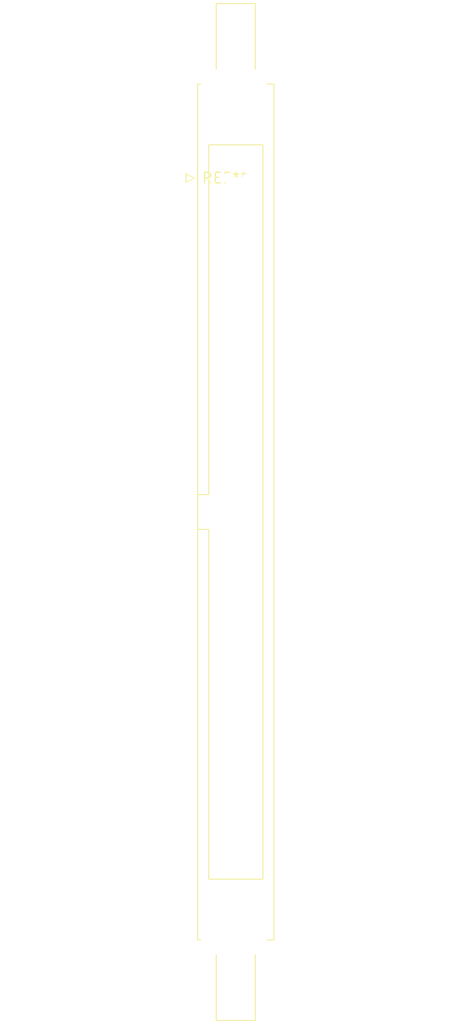
<source format=kicad_pcb>
(kicad_pcb (version 20240108) (generator pcbnew)
  (layers (0 "F.Cu" signal) (31 "B.Cu" signal) (34 "B.Paste" user) (35 "F.Paste" user) (36 "B.SilkS" user "B.Silkscreen") (37 "F.SilkS" user "F.Silkscreen") (38 "B.Mask" user) (39 "F.Mask" user) (44 "Edge.Cuts" user))
  (net 0 "")
  (footprint "IDC-Header_2x32-1MP_P2.54mm_Latch9.5mm_Vertical" (layer "F.Cu") (at 0 0)
    (property "Reference" "REF**")
    (property "Value" "IDC-Header_2x32-1MP_P2.54mm_Latch9.5mm_Vertical")
    (fp_line (start -4.63 -0.5) (end -4.63 0.5) (layer "F.SilkS") (stroke (width 0.12)))
    (fp_line (start -4.63 0.5) (end -3.63 0) (layer "F.SilkS") (stroke (width 0.12)))
    (fp_line (start -3.63 0) (end -4.63 -0.5) (layer "F.SilkS") (stroke (width 0.12)))
    (fp_line (start -3.24 -11.08) (end -3.24 89.82) (layer "F.SilkS") (stroke (width 0.12)))
    (fp_line (start -3.24 37.32) (end -1.93 37.32) (layer "F.SilkS") (stroke (width 0.12)))
    (fp_line (start -3.24 89.82) (end -2.87 89.82) (layer "F.SilkS") (stroke (width 0.12)))
    (fp_line (start -2.87 -11.08) (end -3.24 -11.08) (layer "F.SilkS") (stroke (width 0.12)))
    (fp_line (start -1.93 -3.92) (end 4.47 -3.92) (layer "F.SilkS") (stroke (width 0.12)))
    (fp_line (start -1.93 37.32) (end -1.93 -3.92) (layer "F.SilkS") (stroke (width 0.12)))
    (fp_line (start -1.93 41.42) (end -3.24 41.42) (layer "F.SilkS") (stroke (width 0.12)))
    (fp_line (start -1.93 41.42) (end -1.93 41.42) (layer "F.SilkS") (stroke (width 0.12)))
    (fp_line (start -1.93 82.66) (end -1.93 41.42) (layer "F.SilkS") (stroke (width 0.12)))
    (fp_line (start -1.04 -20.58) (end 3.58 -20.58) (layer "F.SilkS") (stroke (width 0.12)))
    (fp_line (start -1.04 -12.83) (end -1.04 -20.58) (layer "F.SilkS") (stroke (width 0.12)))
    (fp_line (start -1.04 91.57) (end -1.04 99.32) (layer "F.SilkS") (stroke (width 0.12)))
    (fp_line (start -1.04 99.32) (end 3.58 99.32) (layer "F.SilkS") (stroke (width 0.12)))
    (fp_line (start 3.58 -20.58) (end 3.58 -12.83) (layer "F.SilkS") (stroke (width 0.12)))
    (fp_line (start 3.58 99.32) (end 3.58 91.57) (layer "F.SilkS") (stroke (width 0.12)))
    (fp_line (start 4.47 -3.92) (end 4.47 82.66) (layer "F.SilkS") (stroke (width 0.12)))
    (fp_line (start 4.47 82.66) (end -1.93 82.66) (layer "F.SilkS") (stroke (width 0.12)))
    (fp_line (start 4.91 -11.08) (end 5.78 -11.08) (layer "F.SilkS") (stroke (width 0.12)))
    (fp_line (start 5.78 -11.08) (end 5.78 89.82) (layer "F.SilkS") (stroke (width 0.12)))
    (fp_line (start 5.78 89.82) (end 4.91 89.82) (layer "F.SilkS") (stroke (width 0.12)))
    (pad "1" thru_hole roundrect (at 0 0) (size 1.7 1.7) (drill 1) (layers *.Cu *.Mask) (remove_unused_layers) (roundrect_rratio 0.147059))
    (pad "2" thru_hole circle (at 2.54 0) (size 1.7 1.7) (drill 1) (layers *.Cu *.Mask) (remove_unused_layers))
    (pad "3" thru_hole circle (at 0 2.54) (size 1.7 1.7) (drill 1) (layers *.Cu *.Mask) (remove_unused_layers))
    (pad "4" thru_hole circle (at 2.54 2.54) (size 1.7 1.7) (drill 1) (layers *.Cu *.Mask) (remove_unused_layers))
    (pad "5" thru_hole circle (at 0 5.08) (size 1.7 1.7) (drill 1) (layers *.Cu *.Mask) (remove_unused_layers))
    (pad "6" thru_hole circle (at 2.54 5.08) (size 1.7 1.7) (drill 1) (layers *.Cu *.Mask) (remove_unused_layers))
    (pad "7" thru_hole circle (at 0 7.62) (size 1.7 1.7) (drill 1) (layers *.Cu *.Mask) (remove_unused_layers))
    (pad "8" thru_hole circle (at 2.54 7.62) (size 1.7 1.7) (drill 1) (layers *.Cu *.Mask) (remove_unused_layers))
    (pad "9" thru_hole circle (at 0 10.16) (size 1.7 1.7) (drill 1) (layers *.Cu *.Mask) (remove_unused_layers))
    (pad "10" thru_hole circle (at 2.54 10.16) (size 1.7 1.7) (drill 1) (layers *.Cu *.Mask) (remove_unused_layers))
    (pad "11" thru_hole circle (at 0 12.7) (size 1.7 1.7) (drill 1) (layers *.Cu *.Mask) (remove_unused_layers))
    (pad "12" thru_hole circle (at 2.54 12.7) (size 1.7 1.7) (drill 1) (layers *.Cu *.Mask) (remove_unused_layers))
    (pad "13" thru_hole circle (at 0 15.24) (size 1.7 1.7) (drill 1) (layers *.Cu *.Mask) (remove_unused_layers))
    (pad "14" thru_hole circle (at 2.54 15.24) (size 1.7 1.7) (drill 1) (layers *.Cu *.Mask) (remove_unused_layers))
    (pad "15" thru_hole circle (at 0 17.78) (size 1.7 1.7) (drill 1) (layers *.Cu *.Mask) (remove_unused_layers))
    (pad "16" thru_hole circle (at 2.54 17.78) (size 1.7 1.7) (drill 1) (layers *.Cu *.Mask) (remove_unused_layers))
    (pad "17" thru_hole circle (at 0 20.32) (size 1.7 1.7) (drill 1) (layers *.Cu *.Mask) (remove_unused_layers))
    (pad "18" thru_hole circle (at 2.54 20.32) (size 1.7 1.7) (drill 1) (layers *.Cu *.Mask) (remove_unused_layers))
    (pad "19" thru_hole circle (at 0 22.86) (size 1.7 1.7) (drill 1) (layers *.Cu *.Mask) (remove_unused_layers))
    (pad "20" thru_hole circle (at 2.54 22.86) (size 1.7 1.7) (drill 1) (layers *.Cu *.Mask) (remove_unused_layers))
    (pad "21" thru_hole circle (at 0 25.4) (size 1.7 1.7) (drill 1) (layers *.Cu *.Mask) (remove_unused_layers))
    (pad "22" thru_hole circle (at 2.54 25.4) (size 1.7 1.7) (drill 1) (layers *.Cu *.Mask) (remove_unused_layers))
    (pad "23" thru_hole circle (at 0 27.94) (size 1.7 1.7) (drill 1) (layers *.Cu *.Mask) (remove_unused_layers))
    (pad "24" thru_hole circle (at 2.54 27.94) (size 1.7 1.7) (drill 1) (layers *.Cu *.Mask) (remove_unused_layers))
    (pad "25" thru_hole circle (at 0 30.48) (size 1.7 1.7) (drill 1) (layers *.Cu *.Mask) (remove_unused_layers))
    (pad "26" thru_hole circle (at 2.54 30.48) (size 1.7 1.7) (drill 1) (layers *.Cu *.Mask) (remove_unused_layers))
    (pad "27" thru_hole circle (at 0 33.02) (size 1.7 1.7) (drill 1) (layers *.Cu *.Mask) (remove_unused_layers))
    (pad "28" thru_hole circle (at 2.54 33.02) (size 1.7 1.7) (drill 1) (layers *.Cu *.Mask) (remove_unused_layers))
    (pad "29" thru_hole circle (at 0 35.56) (size 1.7 1.7) (drill 1) (layers *.Cu *.Mask) (remove_unused_layers))
    (pad "30" thru_hole circle (at 2.54 35.56) (size 1.7 1.7) (drill 1) (layers *.Cu *.Mask) (remove_unused_layers))
    (pad "31" thru_hole circle (at 0 38.1) (size 1.7 1.7) (drill 1) (layers *.Cu *.Mask) (remove_unused_layers))
    (pad "32" thru_hole circle (at 2.54 38.1) (size 1.7 1.7) (drill 1) (layers *.Cu *.Mask) (remove_unused_layers))
    (pad "33" thru_hole circle (at 0 40.64) (size 1.7 1.7) (drill 1) (layers *.Cu *.Mask) (remove_unused_layers))
    (pad "34" thru_hole circle (at 2.54 40.64) (size 1.7 1.7) (drill 1) (layers *.Cu *.Mask) (remove_unused_layers))
    (pad "35" thru_hole circle (at 0 43.18) (size 1.7 1.7) (drill 1) (layers *.Cu *.Mask) (remove_unused_layers))
    (pad "36" thru_hole circle (at 2.54 43.18) (size 1.7 1.7) (drill 1) (layers *.Cu *.Mask) (remove_unused_layers))
    (pad "37" thru_hole circle (at 0 45.72) (size 1.7 1.7) (drill 1) (layers *.Cu *.Mask) (remove_unused_layers))
    (pad "38" thru_hole circle (at 2.54 45.72) (size 1.7 1.7) (drill 1) (layers *.Cu *.Mask) (remove_unused_layers))
    (pad "39" thru_hole circle (at 0 48.26) (size 1.7 1.7) (drill 1) (layers *.Cu *.Mask) (remove_unused_layers))
    (pad "40" thru_hole circle (at 2.54 48.26) (size 1.7 1.7) (drill 1) (layers *.Cu *.Mask) (remove_unused_layers))
    (pad "41" thru_hole circle (at 0 50.8) (size 1.7 1.7) (drill 1) (layers *.Cu *.Mask) (remove_unused_layers))
    (pad "42" thru_hole circle (at 2.54 50.8) (size 1.7 1.7) (drill 1) (layers *.Cu *.Mask) (remove_unused_layers))
    (pad "43" thru_hole circle (at 0 53.34) (size 1.7 1.7) (drill 1) (layers *.Cu *.Mask) (remove_unused_layers))
    (pad "44" thru_hole circle (at 2.54 53.34) (size 1.7 1.7) (drill 1) (layers *.Cu *.Mask) (remove_unused_layers))
    (pad "45" thru_hole circle (at 0 55.88) (size 1.7 1.7) (drill 1) (layers *.Cu *.Mask) (remove_unused_layers))
    (pad "46" thru_hole circle (at 2.54 55.88) (size 1.7 1.7) (drill 1) (layers *.Cu *.Mask) (remove_unused_layers))
    (pad "47" thru_hole circle (at 0 58.42) (size 1.7 1.7) (drill 1) (layers *.Cu *.Mask) (remove_unused_layers))
    (pad "48" thru_hole circle (at 2.54 58.42) (size 1.7 1.7) (drill 1) (layers *.Cu *.Mask) (remove_unused_layers))
    (pad "49" thru_hole circle (at 0 60.96) (size 1.7 1.7) (drill 1) (layers *.Cu *.Mask) (remove_unused_layers))
    (pad "50" thru_hole circle (at 2.54 60.96) (size 1.7 1.7) (drill 1) (layers *.Cu *.Mask) (remove_unused_layers))
    (pad "51" thru_hole circle (at 0 63.5) (size 1.7 1.7) (drill 1) (layers *.Cu *.Mask) (remove_unused_layers))
    (pad "52" thru_hole circle (at 2.54 63.5) (size 1.7 1.7) (drill 1) (layers *.Cu *.Mask) (remove_unused_layers))
    (pad "53" thru_hole circle (at 0 66.04) (size 1.7 1.7) (drill 1) (layers *.Cu *.Mask) (remove_unused_layers))
    (pad "54" thru_hole circle (at 2.54 66.04) (size 1.7 1.7) (drill 1) (layers *.Cu *.Mask) (remove_unused_layers))
    (pad "55" thru_hole circle (at 0 68.58) (size 1.7 1.7) (drill 1) (layers *.Cu *.Mask) (remove_unused_layers))
    (pad "56" thru_hole circle (at 2.54 68.58) (size 1.7 1.7) (drill 1) (layers *.Cu *.Mask) (remove_unused_layers))
    (pad "57" thru_hole circle (at 0 71.12) (size 1.7 1.7) (drill 1) (layers *.Cu *.Mask) (remove_unused_layers))
    (pad "58" thru_hole circle (at 2.54 71.12) (size 1.7 1.7) (drill 1) (layers *.Cu *.Mask) (remove_unused_layers))
    (pad "59" thru_hole circle (at 0 73.66) (size 1.7 1.7) (drill 1) (layers *.Cu *.Mask) (remove_unused_layers))
    (pad "60" thru_hole circle (at 2.54 73.66) (size 1.7 1.7) (drill 1) (layers *.Cu *.Mask) (remove_unused_layers))
    (pad "61" thru_hole circle (at 0 76.2) (size 1.7 1.7) (drill 1) (layers *.Cu *.Mask) (remove_unused_layers))
    (pad "62" thru_hole circle (at 2.54 76.2) (size 1.7 1.7) (drill 1) (layers *.Cu *.Mask) (remove_unused_layers))
    (pad "63" thru_hole circle (at 0 78.74) (size 1.7 1.7) (drill 1) (layers *.Cu *.Mask) (remove_unused_layers))
    (pad "64" thru_hole circle (at 2.54 78.74) (size 1.7 1.7) (drill 1) (layers *.Cu *.Mask) (remove_unused_layers))
    (pad "MP" thru_hole circle (at 1.02 -8.94) (size 8 8) (drill 2.69) (layers *.Cu *.Mask) (remove_unused_layers))
    (pad "MP" thru_hole circle (at 1.02 87.68) (size 8 8) (drill 2.69) (layers *.Cu *.Mask) (remove_unused_layers))
  )
)
</source>
